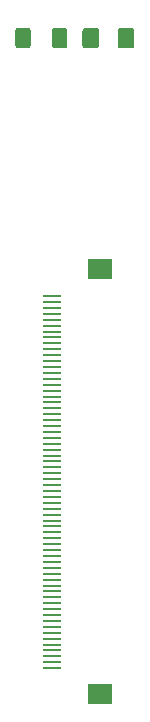
<source format=gtp>
%TF.GenerationSoftware,KiCad,Pcbnew,5.1.9+dfsg1-1~bpo10+1*%
%TF.CreationDate,2021-06-25T21:43:00+02:00*%
%TF.ProjectId,flexm68k,666c6578-6d36-4386-9b2e-6b696361645f,0.1*%
%TF.SameCoordinates,Original*%
%TF.FileFunction,Paste,Top*%
%TF.FilePolarity,Positive*%
%FSLAX46Y46*%
G04 Gerber Fmt 4.6, Leading zero omitted, Abs format (unit mm)*
G04 Created by KiCad (PCBNEW 5.1.9+dfsg1-1~bpo10+1) date 2021-06-25 21:43:00*
%MOMM*%
%LPD*%
G01*
G04 APERTURE LIST*
%ADD10R,1.600000X0.250000*%
%ADD11R,2.000000X1.800000*%
G04 APERTURE END LIST*
D10*
%TO.C,J1*%
X146800000Y-120200000D03*
X146800000Y-119700000D03*
X146800000Y-119200000D03*
X146800000Y-118700000D03*
X146800000Y-118200000D03*
X146800000Y-117700000D03*
X146800000Y-117200000D03*
X146800000Y-116700000D03*
X146800000Y-116200000D03*
X146800000Y-115700000D03*
X146800000Y-115200000D03*
X146800000Y-114700000D03*
X146800000Y-114200000D03*
X146800000Y-113700000D03*
X146800000Y-113200000D03*
X146800000Y-112700000D03*
X146800000Y-112200000D03*
X146800000Y-111700000D03*
X146800000Y-111200000D03*
X146800000Y-110700000D03*
X146800000Y-110200000D03*
X146800000Y-109700000D03*
X146800000Y-109200000D03*
X146800000Y-108700000D03*
X146800000Y-108200000D03*
X146800000Y-107700000D03*
X146800000Y-107200000D03*
X146800000Y-106700000D03*
X146800000Y-106200000D03*
X146800000Y-105700000D03*
X146800000Y-105200000D03*
X146800000Y-104700000D03*
X146800000Y-104200000D03*
X146800000Y-103700000D03*
X146800000Y-103200000D03*
X146800000Y-102700000D03*
X146800000Y-102200000D03*
X146800000Y-101700000D03*
X146800000Y-101200000D03*
X146800000Y-100700000D03*
X146800000Y-100200000D03*
X146800000Y-99700000D03*
X146800000Y-99200000D03*
X146800000Y-98700000D03*
X146800000Y-98200000D03*
X146800000Y-97700000D03*
X146800000Y-97200000D03*
X146800000Y-96700000D03*
X146800000Y-96200000D03*
X146800000Y-95700000D03*
X146800000Y-95200000D03*
X146800000Y-94700000D03*
X146800000Y-94200000D03*
X146800000Y-93700000D03*
X146800000Y-93200000D03*
X146800000Y-92700000D03*
X146800000Y-92200000D03*
X146800000Y-91700000D03*
X146800000Y-91200000D03*
X146800000Y-90700000D03*
X146800000Y-90200000D03*
X146800000Y-89700000D03*
X146800000Y-89200000D03*
X146800000Y-88700000D03*
D11*
X150850000Y-122400000D03*
X150850000Y-86400000D03*
%TD*%
%TO.C,D1*%
G36*
G01*
X153780000Y-66230000D02*
X153780000Y-67480000D01*
G75*
G02*
X153530000Y-67730000I-250000J0D01*
G01*
X152605000Y-67730000D01*
G75*
G02*
X152355000Y-67480000I0J250000D01*
G01*
X152355000Y-66230000D01*
G75*
G02*
X152605000Y-65980000I250000J0D01*
G01*
X153530000Y-65980000D01*
G75*
G02*
X153780000Y-66230000I0J-250000D01*
G01*
G37*
G36*
G01*
X150805000Y-66230000D02*
X150805000Y-67480000D01*
G75*
G02*
X150555000Y-67730000I-250000J0D01*
G01*
X149630000Y-67730000D01*
G75*
G02*
X149380000Y-67480000I0J250000D01*
G01*
X149380000Y-66230000D01*
G75*
G02*
X149630000Y-65980000I250000J0D01*
G01*
X150555000Y-65980000D01*
G75*
G02*
X150805000Y-66230000I0J-250000D01*
G01*
G37*
%TD*%
%TO.C,R1*%
G36*
G01*
X143700000Y-67475001D02*
X143700000Y-66224999D01*
G75*
G02*
X143949999Y-65975000I249999J0D01*
G01*
X144750001Y-65975000D01*
G75*
G02*
X145000000Y-66224999I0J-249999D01*
G01*
X145000000Y-67475001D01*
G75*
G02*
X144750001Y-67725000I-249999J0D01*
G01*
X143949999Y-67725000D01*
G75*
G02*
X143700000Y-67475001I0J249999D01*
G01*
G37*
G36*
G01*
X146800000Y-67475001D02*
X146800000Y-66224999D01*
G75*
G02*
X147049999Y-65975000I249999J0D01*
G01*
X147850001Y-65975000D01*
G75*
G02*
X148100000Y-66224999I0J-249999D01*
G01*
X148100000Y-67475001D01*
G75*
G02*
X147850001Y-67725000I-249999J0D01*
G01*
X147049999Y-67725000D01*
G75*
G02*
X146800000Y-67475001I0J249999D01*
G01*
G37*
%TD*%
M02*

</source>
